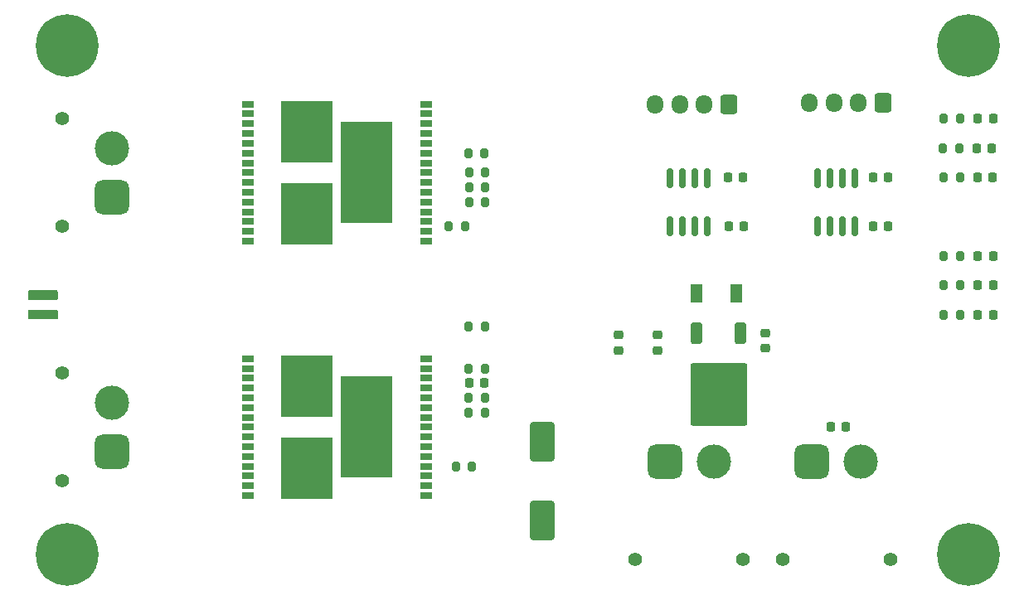
<source format=gbr>
%TF.GenerationSoftware,KiCad,Pcbnew,9.0.1*%
%TF.CreationDate,2026-01-23T01:31:55+09:00*%
%TF.ProjectId,AltairMD_V8,416c7461-6972-44d4-945f-56382e6b6963,rev?*%
%TF.SameCoordinates,Original*%
%TF.FileFunction,Soldermask,Top*%
%TF.FilePolarity,Negative*%
%FSLAX46Y46*%
G04 Gerber Fmt 4.6, Leading zero omitted, Abs format (unit mm)*
G04 Created by KiCad (PCBNEW 9.0.1) date 2026-01-23 01:31:55*
%MOMM*%
%LPD*%
G01*
G04 APERTURE LIST*
G04 Aperture macros list*
%AMRoundRect*
0 Rectangle with rounded corners*
0 $1 Rounding radius*
0 $2 $3 $4 $5 $6 $7 $8 $9 X,Y pos of 4 corners*
0 Add a 4 corners polygon primitive as box body*
4,1,4,$2,$3,$4,$5,$6,$7,$8,$9,$2,$3,0*
0 Add four circle primitives for the rounded corners*
1,1,$1+$1,$2,$3*
1,1,$1+$1,$4,$5*
1,1,$1+$1,$6,$7*
1,1,$1+$1,$8,$9*
0 Add four rect primitives between the rounded corners*
20,1,$1+$1,$2,$3,$4,$5,0*
20,1,$1+$1,$4,$5,$6,$7,0*
20,1,$1+$1,$6,$7,$8,$9,0*
20,1,$1+$1,$8,$9,$2,$3,0*%
G04 Aperture macros list end*
%ADD10RoundRect,0.200000X0.200000X0.275000X-0.200000X0.275000X-0.200000X-0.275000X0.200000X-0.275000X0*%
%ADD11C,1.400000*%
%ADD12RoundRect,0.770000X0.980000X0.980000X-0.980000X0.980000X-0.980000X-0.980000X0.980000X-0.980000X0*%
%ADD13C,3.500000*%
%ADD14RoundRect,0.250000X1.000000X-1.750000X1.000000X1.750000X-1.000000X1.750000X-1.000000X-1.750000X0*%
%ADD15RoundRect,0.200000X-0.200000X-0.275000X0.200000X-0.275000X0.200000X0.275000X-0.200000X0.275000X0*%
%ADD16RoundRect,0.218750X0.218750X0.256250X-0.218750X0.256250X-0.218750X-0.256250X0.218750X-0.256250X0*%
%ADD17RoundRect,0.225000X-0.225000X-0.250000X0.225000X-0.250000X0.225000X0.250000X-0.225000X0.250000X0*%
%ADD18RoundRect,0.250000X-0.350000X0.850000X-0.350000X-0.850000X0.350000X-0.850000X0.350000X0.850000X0*%
%ADD19RoundRect,0.249997X-2.650003X2.950003X-2.650003X-2.950003X2.650003X-2.950003X2.650003X2.950003X0*%
%ADD20C,0.800000*%
%ADD21C,6.400000*%
%ADD22RoundRect,0.150000X-0.150000X0.825000X-0.150000X-0.825000X0.150000X-0.825000X0.150000X0.825000X0*%
%ADD23RoundRect,0.250000X0.600000X0.725000X-0.600000X0.725000X-0.600000X-0.725000X0.600000X-0.725000X0*%
%ADD24O,1.700000X1.950000*%
%ADD25R,1.240000X1.890000*%
%ADD26RoundRect,0.225000X-0.250000X0.225000X-0.250000X-0.225000X0.250000X-0.225000X0.250000X0.225000X0*%
%ADD27RoundRect,0.225000X0.225000X0.250000X-0.225000X0.250000X-0.225000X-0.250000X0.225000X-0.250000X0*%
%ADD28R,1.300000X0.665000*%
%ADD29R,5.250000X6.230000*%
%ADD30R,5.250000X10.300000*%
%ADD31RoundRect,0.770000X0.980000X-0.980000X0.980000X0.980000X-0.980000X0.980000X-0.980000X-0.980000X0*%
G04 APERTURE END LIST*
D10*
%TO.C,R3*%
X116600000Y-81500000D03*
X114950000Y-81500000D03*
%TD*%
D11*
%TO.C,J6*%
X143000000Y-96500000D03*
X132000000Y-96500000D03*
D12*
X135000000Y-86500000D03*
D13*
X140000000Y-86500000D03*
%TD*%
D14*
%TO.C,C10*%
X122500000Y-92500000D03*
X122500000Y-84500000D03*
%TD*%
D15*
%TO.C,R1*%
X163465717Y-57468589D03*
X165115717Y-57468589D03*
%TD*%
D16*
%TO.C,D2*%
X168390150Y-54500000D03*
X166815150Y-54500000D03*
%TD*%
D17*
%TO.C,C12*%
X115000000Y-78500000D03*
X116550000Y-78500000D03*
%TD*%
D10*
%TO.C,R16*%
X116600000Y-72750000D03*
X114950000Y-72750000D03*
%TD*%
D18*
%TO.C,U3*%
X142755000Y-73375000D03*
D19*
X140475000Y-79675000D03*
D18*
X138195000Y-73375000D03*
%TD*%
D10*
%TO.C,R13*%
X114575000Y-62500000D03*
X112925000Y-62500000D03*
%TD*%
D20*
%TO.C,H2*%
X71600000Y-44000000D03*
X72302944Y-42302944D03*
X72302944Y-45697056D03*
X74000000Y-41600000D03*
D21*
X74000000Y-44000000D03*
D20*
X74000000Y-46400000D03*
X75697056Y-42302944D03*
X75697056Y-45697056D03*
X76400000Y-44000000D03*
%TD*%
D16*
%TO.C,D6*%
X168500000Y-65500000D03*
X166925000Y-65500000D03*
%TD*%
D22*
%TO.C,U2*%
X139310000Y-57550000D03*
X138040000Y-57550000D03*
X136770000Y-57550000D03*
X135500000Y-57550000D03*
X135500000Y-62500000D03*
X136770000Y-62500000D03*
X138040000Y-62500000D03*
X139310000Y-62500000D03*
%TD*%
D16*
%TO.C,D3*%
X168500000Y-51500000D03*
X166925000Y-51500000D03*
%TD*%
D23*
%TO.C,J1*%
X157250000Y-49900000D03*
D24*
X154750000Y-49900000D03*
X152250000Y-49900000D03*
X149750000Y-49900000D03*
%TD*%
D15*
%TO.C,R4*%
X163390150Y-54500000D03*
X165040150Y-54500000D03*
%TD*%
D25*
%TO.C,IC1*%
X142305000Y-69375000D03*
X138205000Y-69375000D03*
%TD*%
D10*
%TO.C,R7*%
X116650000Y-60000000D03*
X115000000Y-60000000D03*
%TD*%
D11*
%TO.C,J4*%
X158000000Y-96500000D03*
X147000000Y-96500000D03*
D12*
X150000000Y-86500000D03*
D13*
X155000000Y-86500000D03*
%TD*%
D10*
%TO.C,R14*%
X116575000Y-55000000D03*
X114925000Y-55000000D03*
%TD*%
D26*
%TO.C,C8*%
X134255000Y-73600000D03*
X134255000Y-75150000D03*
%TD*%
D17*
%TO.C,C16*%
X141450000Y-57500000D03*
X143000000Y-57500000D03*
%TD*%
D15*
%TO.C,R6*%
X114950000Y-77000000D03*
X116600000Y-77000000D03*
%TD*%
D20*
%TO.C,H1*%
X71600000Y-96000000D03*
X72302944Y-94302944D03*
X72302944Y-97697056D03*
X74000000Y-93600000D03*
D21*
X74000000Y-96000000D03*
D20*
X74000000Y-98400000D03*
X75697056Y-94302944D03*
X75697056Y-97697056D03*
X76400000Y-96000000D03*
%TD*%
D26*
%TO.C,C11*%
X130255000Y-73600000D03*
X130255000Y-75150000D03*
%TD*%
D27*
%TO.C,C15*%
X153500000Y-83000000D03*
X151950000Y-83000000D03*
%TD*%
D28*
%TO.C,IC3*%
X110600000Y-64000000D03*
X110600000Y-63000000D03*
X110600000Y-62000000D03*
X110600000Y-61000000D03*
X110600000Y-60000000D03*
X110600000Y-59000000D03*
X110600000Y-58000000D03*
X110600000Y-57000000D03*
X110600000Y-56000000D03*
X110600000Y-55000000D03*
X110600000Y-54000000D03*
X110600000Y-53000000D03*
X110600000Y-52000000D03*
X110600000Y-51000000D03*
X110600000Y-50000000D03*
X92400000Y-50000000D03*
X92400000Y-51000000D03*
X92400000Y-52000000D03*
X92400000Y-53000000D03*
X92400000Y-54000000D03*
X92400000Y-55000000D03*
X92400000Y-56000000D03*
X92400000Y-57000000D03*
X92400000Y-58000000D03*
X92400000Y-59000000D03*
X92400000Y-60000000D03*
X92400000Y-61000000D03*
X92400000Y-62000000D03*
X92400000Y-63000000D03*
X92400000Y-64000000D03*
D29*
X98450000Y-52835000D03*
X98450000Y-61165000D03*
D30*
X104550000Y-57000000D03*
%TD*%
D17*
%TO.C,C17*%
X141500000Y-62500000D03*
X143050000Y-62500000D03*
%TD*%
D16*
%TO.C,D1*%
X168465717Y-57468589D03*
X166890717Y-57468589D03*
%TD*%
D10*
%TO.C,R9*%
X116650000Y-58500000D03*
X115000000Y-58500000D03*
%TD*%
D20*
%TO.C,H4*%
X163600000Y-96000000D03*
X164302944Y-94302944D03*
X164302944Y-97697056D03*
X166000000Y-93600000D03*
D21*
X166000000Y-96000000D03*
D20*
X166000000Y-98400000D03*
X167697056Y-94302944D03*
X167697056Y-97697056D03*
X168400000Y-96000000D03*
%TD*%
D15*
%TO.C,R11*%
X163500000Y-68500000D03*
X165150000Y-68500000D03*
%TD*%
D22*
%TO.C,U1*%
X154405000Y-57525000D03*
X153135000Y-57525000D03*
X151865000Y-57525000D03*
X150595000Y-57525000D03*
X150595000Y-62475000D03*
X151865000Y-62475000D03*
X153135000Y-62475000D03*
X154405000Y-62475000D03*
%TD*%
D11*
%TO.C,J7*%
X73500000Y-62500000D03*
X73500000Y-51500000D03*
D31*
X78500000Y-59500000D03*
D13*
X78500000Y-54500000D03*
%TD*%
D10*
%TO.C,R8*%
X116600000Y-80000000D03*
X114950000Y-80000000D03*
%TD*%
D15*
%TO.C,R2*%
X163500000Y-71500000D03*
X165150000Y-71500000D03*
%TD*%
D17*
%TO.C,C13*%
X156225000Y-57500000D03*
X157775000Y-57500000D03*
%TD*%
%TO.C,C14*%
X156225000Y-62500000D03*
X157775000Y-62500000D03*
%TD*%
D26*
%TO.C,C7*%
X145255000Y-73375000D03*
X145255000Y-74925000D03*
%TD*%
D28*
%TO.C,IC2*%
X110600000Y-90000000D03*
X110600000Y-89000000D03*
X110600000Y-88000000D03*
X110600000Y-87000000D03*
X110600000Y-86000000D03*
X110600000Y-85000000D03*
X110600000Y-84000000D03*
X110600000Y-83000000D03*
X110600000Y-82000000D03*
X110600000Y-81000000D03*
X110600000Y-80000000D03*
X110600000Y-79000000D03*
X110600000Y-78000000D03*
X110600000Y-77000000D03*
X110600000Y-76000000D03*
X92400000Y-76000000D03*
X92400000Y-77000000D03*
X92400000Y-78000000D03*
X92400000Y-79000000D03*
X92400000Y-80000000D03*
X92400000Y-81000000D03*
X92400000Y-82000000D03*
X92400000Y-83000000D03*
X92400000Y-84000000D03*
X92400000Y-85000000D03*
X92400000Y-86000000D03*
X92400000Y-87000000D03*
X92400000Y-88000000D03*
X92400000Y-89000000D03*
X92400000Y-90000000D03*
D29*
X98450000Y-78835000D03*
X98450000Y-87165000D03*
D30*
X104550000Y-83000000D03*
%TD*%
D15*
%TO.C,R12*%
X163500000Y-65500000D03*
X165150000Y-65500000D03*
%TD*%
D16*
%TO.C,D5*%
X168500000Y-68500000D03*
X166925000Y-68500000D03*
%TD*%
D10*
%TO.C,R10*%
X116650000Y-57000000D03*
X115000000Y-57000000D03*
%TD*%
D11*
%TO.C,J5*%
X73500000Y-88500000D03*
X73500000Y-77500000D03*
D31*
X78500000Y-85500000D03*
D13*
X78500000Y-80500000D03*
%TD*%
D10*
%TO.C,R15*%
X115325000Y-87000000D03*
X113675000Y-87000000D03*
%TD*%
D16*
%TO.C,D4*%
X168500000Y-71500000D03*
X166925000Y-71500000D03*
%TD*%
D15*
%TO.C,R5*%
X163500000Y-51500000D03*
X165150000Y-51500000D03*
%TD*%
D23*
%TO.C,J2*%
X141500000Y-50000000D03*
D24*
X139000000Y-50000000D03*
X136500000Y-50000000D03*
X134000000Y-50000000D03*
%TD*%
D20*
%TO.C,H3*%
X163600000Y-44000000D03*
X164302944Y-42302944D03*
X164302944Y-45697056D03*
X166000000Y-41600000D03*
D21*
X166000000Y-44000000D03*
D20*
X166000000Y-46400000D03*
X167697056Y-42302944D03*
X167697056Y-45697056D03*
X168400000Y-44000000D03*
%TD*%
G36*
X72943039Y-69019685D02*
G01*
X72988794Y-69072489D01*
X73000000Y-69124000D01*
X73000000Y-69876000D01*
X72980315Y-69943039D01*
X72927511Y-69988794D01*
X72876000Y-70000000D01*
X70124000Y-70000000D01*
X70056961Y-69980315D01*
X70011206Y-69927511D01*
X70000000Y-69876000D01*
X70000000Y-69124000D01*
X70019685Y-69056961D01*
X70072489Y-69011206D01*
X70124000Y-69000000D01*
X72876000Y-69000000D01*
X72943039Y-69019685D01*
G37*
G36*
X72943039Y-71019685D02*
G01*
X72988794Y-71072489D01*
X73000000Y-71124000D01*
X73000000Y-71876000D01*
X72980315Y-71943039D01*
X72927511Y-71988794D01*
X72876000Y-72000000D01*
X70124000Y-72000000D01*
X70056961Y-71980315D01*
X70011206Y-71927511D01*
X70000000Y-71876000D01*
X70000000Y-71124000D01*
X70019685Y-71056961D01*
X70072489Y-71011206D01*
X70124000Y-71000000D01*
X72876000Y-71000000D01*
X72943039Y-71019685D01*
G37*
M02*

</source>
